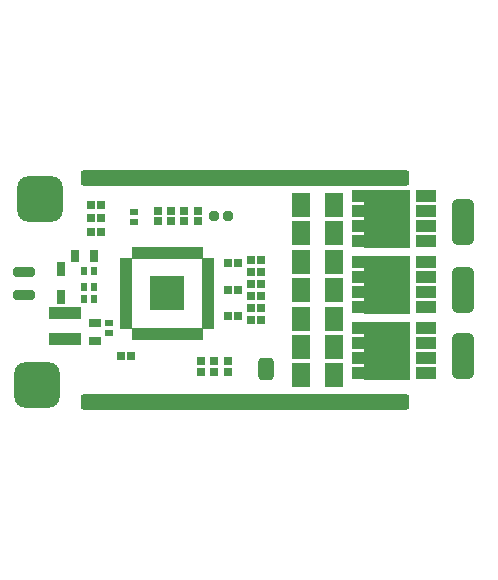
<source format=gbr>
%TF.GenerationSoftware,Altium Limited,Altium Designer,20.2.3 (150)*%
G04 Layer_Color=8388736*
%FSLAX26Y26*%
%MOIN*%
%TF.SameCoordinates,27716F98-0B22-40FE-96F5-AA6DB086EB47*%
%TF.FilePolarity,Negative*%
%TF.FileFunction,Soldermask,Top*%
%TF.Part,Single*%
G01*
G75*
%TA.AperFunction,SMDPad,CuDef*%
%ADD26R,0.106000X0.039000*%
%ADD43R,0.065087X0.041465*%
%ADD44R,0.049339X0.041465*%
%ADD45R,0.155638X0.193039*%
%TA.AperFunction,SMDPad,SMDef*%
G04:AMPARAMS|DCode=49|XSize=72.74mil|YSize=53.055mil|CornerRadius=11.764mil|HoleSize=0mil|Usage=FLASHONLY|Rotation=270.000|XOffset=0mil|YOffset=0mil|HoleType=Round|Shape=RoundedRectangle|*
%AMROUNDEDRECTD49*
21,1,0.072740,0.029527,0,0,270.0*
21,1,0.049213,0.053055,0,0,270.0*
1,1,0.023528,-0.014764,-0.024606*
1,1,0.023528,-0.014764,0.024606*
1,1,0.023528,0.014764,0.024606*
1,1,0.023528,0.014764,-0.024606*
%
%ADD49ROUNDEDRECTD49*%
G04:AMPARAMS|DCode=50|XSize=53.055mil|YSize=1096.362mil|CornerRadius=11.764mil|HoleSize=0mil|Usage=FLASHONLY|Rotation=90.000|XOffset=0mil|YOffset=0mil|HoleType=Round|Shape=RoundedRectangle|*
%AMROUNDEDRECTD50*
21,1,0.053055,1.072835,0,0,90.0*
21,1,0.029527,1.096362,0,0,90.0*
1,1,0.023528,0.536417,0.014764*
1,1,0.023528,0.536417,-0.014764*
1,1,0.023528,-0.536417,-0.014764*
1,1,0.023528,-0.536417,0.014764*
%
%ADD50ROUNDEDRECTD50*%
G04:AMPARAMS|DCode=51|XSize=33.37mil|YSize=72.74mil|CornerRadius=6.843mil|HoleSize=0mil|Usage=FLASHONLY|Rotation=90.000|XOffset=0mil|YOffset=0mil|HoleType=Round|Shape=RoundedRectangle|*
%AMROUNDEDRECTD51*
21,1,0.033370,0.059055,0,0,90.0*
21,1,0.019685,0.072740,0,0,90.0*
1,1,0.013685,0.029528,0.009843*
1,1,0.013685,0.029528,-0.009843*
1,1,0.013685,-0.029528,-0.009843*
1,1,0.013685,-0.029528,0.009843*
%
%ADD51ROUNDEDRECTD51*%
G04:AMPARAMS|DCode=52|XSize=33.37mil|YSize=33.37mil|CornerRadius=6.843mil|HoleSize=0mil|Usage=FLASHONLY|Rotation=90.000|XOffset=0mil|YOffset=0mil|HoleType=Round|Shape=RoundedRectangle|*
%AMROUNDEDRECTD52*
21,1,0.033370,0.019685,0,0,90.0*
21,1,0.019685,0.033370,0,0,90.0*
1,1,0.013685,0.009843,0.009843*
1,1,0.013685,0.009843,-0.009843*
1,1,0.013685,-0.009843,-0.009843*
1,1,0.013685,-0.009843,0.009843*
%
%ADD52ROUNDEDRECTD52*%
G04:AMPARAMS|DCode=53|XSize=151.48mil|YSize=151.48mil|CornerRadius=36.37mil|HoleSize=0mil|Usage=FLASHONLY|Rotation=270.000|XOffset=0mil|YOffset=0mil|HoleType=Round|Shape=RoundedRectangle|*
%AMROUNDEDRECTD53*
21,1,0.151480,0.078740,0,0,270.0*
21,1,0.078740,0.151480,0,0,270.0*
1,1,0.072740,-0.039370,-0.039370*
1,1,0.072740,-0.039370,0.039370*
1,1,0.072740,0.039370,0.039370*
1,1,0.072740,0.039370,-0.039370*
%
%ADD53ROUNDEDRECTD53*%
G04:AMPARAMS|DCode=54|XSize=151.48mil|YSize=72.74mil|CornerRadius=16.685mil|HoleSize=0mil|Usage=FLASHONLY|Rotation=90.000|XOffset=0mil|YOffset=0mil|HoleType=Round|Shape=RoundedRectangle|*
%AMROUNDEDRECTD54*
21,1,0.151480,0.039370,0,0,90.0*
21,1,0.118110,0.072740,0,0,90.0*
1,1,0.033370,0.019685,0.059055*
1,1,0.033370,0.019685,-0.059055*
1,1,0.033370,-0.019685,-0.059055*
1,1,0.033370,-0.019685,0.059055*
%
%ADD54ROUNDEDRECTD54*%
%TA.AperFunction,SMDPad,CuDef*%
%ADD55R,0.061937X0.083197*%
%ADD56R,0.031622X0.024000*%
%ADD57R,0.025000X0.031622*%
%ADD58R,0.024000X0.031622*%
%ADD59R,0.027685X0.049339*%
%ADD60R,0.041465X0.019811*%
%ADD61R,0.019811X0.041465*%
%ADD62R,0.114299X0.114299*%
%ADD63R,0.044614X0.028000*%
%ADD64R,0.028000X0.044614*%
%ADD65R,0.031622X0.025000*%
D26*
X2104000Y1679000D02*
D03*
Y1593000D02*
D03*
D43*
X3308268Y1479000D02*
D03*
Y1529000D02*
D03*
Y1579000D02*
D03*
Y1629000D02*
D03*
X3307921Y1699000D02*
D03*
Y1749000D02*
D03*
Y1799000D02*
D03*
Y1849000D02*
D03*
X3308268Y1919000D02*
D03*
Y1969000D02*
D03*
Y2019000D02*
D03*
Y2069000D02*
D03*
D44*
X3083858Y1629000D02*
D03*
Y1579000D02*
D03*
Y1529000D02*
D03*
Y1479000D02*
D03*
X3083512Y1849000D02*
D03*
Y1799000D02*
D03*
Y1749000D02*
D03*
Y1699000D02*
D03*
X3083858Y2069000D02*
D03*
Y2019000D02*
D03*
Y1969000D02*
D03*
Y1919000D02*
D03*
D45*
X3178347Y1554000D02*
D03*
X3178000Y1774000D02*
D03*
X3178347Y1994000D02*
D03*
D49*
X2774000Y1493000D02*
D03*
D50*
X2703000Y2131000D02*
D03*
Y1385000D02*
D03*
D51*
X1967779Y1818324D02*
D03*
X1968000Y1741000D02*
D03*
D52*
X2647906Y2005382D02*
D03*
X2600000Y2005000D02*
D03*
D53*
X2022000Y2060000D02*
D03*
X2012000Y1440000D02*
D03*
D54*
X3430000Y1536000D02*
D03*
Y1756000D02*
D03*
Y1984000D02*
D03*
D55*
X2890055Y1852000D02*
D03*
X3001945D02*
D03*
X2889055Y1475000D02*
D03*
X3000945D02*
D03*
X2890055Y1566000D02*
D03*
X3001945D02*
D03*
X2890055Y1662000D02*
D03*
X3001945D02*
D03*
X2890055Y1947000D02*
D03*
X3001945D02*
D03*
X2890055Y2042000D02*
D03*
X3001945D02*
D03*
X2890055Y1757000D02*
D03*
X3001945D02*
D03*
D56*
X2249000Y1648008D02*
D03*
Y1613992D02*
D03*
X2334000Y2017008D02*
D03*
Y1982992D02*
D03*
D57*
X2681008Y1846000D02*
D03*
X2646992D02*
D03*
X2681008Y1756000D02*
D03*
X2646992D02*
D03*
X2681008Y1670000D02*
D03*
X2646992D02*
D03*
X2757008Y1856000D02*
D03*
X2722992D02*
D03*
X2757008Y1816000D02*
D03*
X2722992D02*
D03*
X2757008Y1776000D02*
D03*
X2722992D02*
D03*
X2757008Y1736000D02*
D03*
X2722992D02*
D03*
X2757008Y1696000D02*
D03*
X2722992D02*
D03*
X2757008Y1656000D02*
D03*
X2722992D02*
D03*
X2188992Y2040000D02*
D03*
X2223008D02*
D03*
Y1952000D02*
D03*
X2188992D02*
D03*
X2223008Y1996000D02*
D03*
X2188992D02*
D03*
X2288992Y1538000D02*
D03*
X2323008D02*
D03*
D58*
X2166992Y1766000D02*
D03*
X2201008D02*
D03*
X2166992Y1821000D02*
D03*
X2201008D02*
D03*
X2166992Y1726000D02*
D03*
X2201008D02*
D03*
D59*
X2089000Y1734347D02*
D03*
Y1827653D02*
D03*
D60*
X2308173Y1854268D02*
D03*
Y1834583D02*
D03*
Y1814898D02*
D03*
Y1795213D02*
D03*
Y1775528D02*
D03*
Y1755842D02*
D03*
Y1736158D02*
D03*
Y1716472D02*
D03*
Y1696787D02*
D03*
Y1677102D02*
D03*
Y1657417D02*
D03*
Y1637732D02*
D03*
X2579827D02*
D03*
Y1657417D02*
D03*
Y1677102D02*
D03*
Y1696787D02*
D03*
Y1716472D02*
D03*
Y1736158D02*
D03*
Y1755842D02*
D03*
Y1775528D02*
D03*
Y1795213D02*
D03*
Y1814898D02*
D03*
Y1834583D02*
D03*
Y1854268D02*
D03*
D61*
X2335732Y1610173D02*
D03*
X2355417D02*
D03*
X2375102D02*
D03*
X2394787D02*
D03*
X2414472D02*
D03*
X2434157D02*
D03*
X2453843D02*
D03*
X2473528D02*
D03*
X2493213D02*
D03*
X2512898D02*
D03*
X2532583D02*
D03*
X2552268D02*
D03*
Y1881827D02*
D03*
X2532583D02*
D03*
X2512898D02*
D03*
X2493213D02*
D03*
X2473528D02*
D03*
X2453843D02*
D03*
X2434157D02*
D03*
X2414472D02*
D03*
X2394787D02*
D03*
X2375102D02*
D03*
X2355417D02*
D03*
X2335732D02*
D03*
D62*
X2444000Y1746000D02*
D03*
D63*
X2204000Y1585685D02*
D03*
Y1646315D02*
D03*
D64*
X2199315Y1871000D02*
D03*
X2138685D02*
D03*
D65*
X2646000Y1484992D02*
D03*
Y1519008D02*
D03*
X2558000D02*
D03*
Y1484992D02*
D03*
X2499218Y2019567D02*
D03*
Y1985551D02*
D03*
X2415218D02*
D03*
Y2019567D02*
D03*
X2546000Y2019567D02*
D03*
Y1985551D02*
D03*
X2602000Y1519008D02*
D03*
Y1484992D02*
D03*
X2457218Y1985551D02*
D03*
Y2019567D02*
D03*
%TF.MD5,653a76389344d9d255449d0e073e919b*%
M02*

</source>
